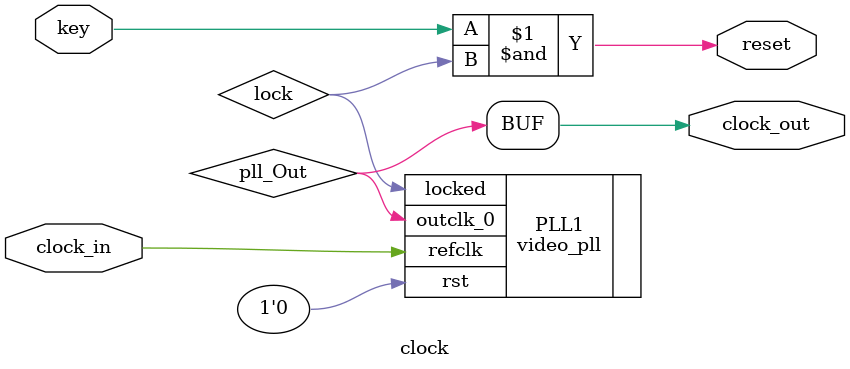
<source format=v>
module clock(
  input wire       clock_in,
  input wire       key,
  output           reset,
  output wire      clock_out
);

wire pll_Out;
wire lock;

video_pll PLL1(.refclk(clock_in), .rst(1'b0), .outclk_0(pll_Out), .locked(lock));

// Clean up clock signal with the reset deassert signal shown in lecture
assign clock_out = pll_Out;
assign reset = key & lock;

endmodule

</source>
